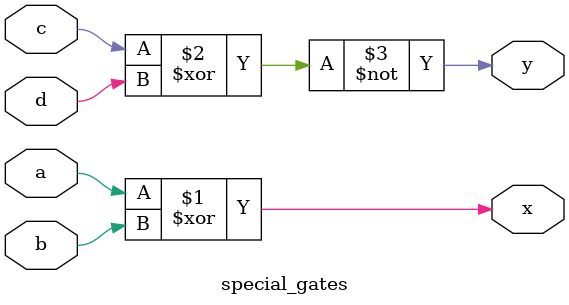
<source format=v>

module special_gates (
  input a,b,c,d,
  output x,y
);
  
  xor  X1(x,a,b);
  xnor X2(y,c,d);
  
//xor,xnor should be in lower case
  
endmodule


</source>
